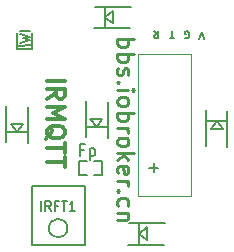
<source format=gbr>
G04 #@! TF.GenerationSoftware,KiCad,Pcbnew,(5.0.2)-1*
G04 #@! TF.CreationDate,2019-08-16T13:34:43+08:00*
G04 #@! TF.ProjectId,IRMQTT,49524d51-5454-42e6-9b69-6361645f7063,rev?*
G04 #@! TF.SameCoordinates,Original*
G04 #@! TF.FileFunction,Legend,Top*
G04 #@! TF.FilePolarity,Positive*
%FSLAX46Y46*%
G04 Gerber Fmt 4.6, Leading zero omitted, Abs format (unit mm)*
G04 Created by KiCad (PCBNEW (5.0.2)-1) date 2019-08-16 13:34:43*
%MOMM*%
%LPD*%
G01*
G04 APERTURE LIST*
%ADD10C,0.150000*%
%ADD11C,0.250000*%
%ADD12C,0.300000*%
%ADD13C,0.200000*%
%ADD14C,0.120000*%
G04 APERTURE END LIST*
D10*
X69718276Y-58589871D02*
X69384942Y-58589871D01*
X69384942Y-59113680D02*
X69384942Y-58113680D01*
X69861133Y-58113680D01*
X70242085Y-58447014D02*
X70242085Y-59447014D01*
X70242085Y-58494633D02*
X70337323Y-58447014D01*
X70527800Y-58447014D01*
X70623038Y-58494633D01*
X70670657Y-58542252D01*
X70718276Y-58637490D01*
X70718276Y-58923204D01*
X70670657Y-59018442D01*
X70623038Y-59066061D01*
X70527800Y-59113680D01*
X70337323Y-59113680D01*
X70242085Y-59066061D01*
X77336628Y-49124511D02*
X76993771Y-49124511D01*
X77165200Y-48524511D02*
X77165200Y-49124511D01*
X75694245Y-48534671D02*
X75894245Y-48820385D01*
X76037102Y-48534671D02*
X76037102Y-49134671D01*
X75808531Y-49134671D01*
X75751388Y-49106100D01*
X75722817Y-49077528D01*
X75694245Y-49020385D01*
X75694245Y-48934671D01*
X75722817Y-48877528D01*
X75751388Y-48848957D01*
X75808531Y-48820385D01*
X76037102Y-48820385D01*
D11*
X72579626Y-49214093D02*
X73979626Y-49214093D01*
X73446293Y-49214093D02*
X73512960Y-49347426D01*
X73512960Y-49614093D01*
X73446293Y-49747426D01*
X73379626Y-49814093D01*
X73246293Y-49880760D01*
X72846293Y-49880760D01*
X72712960Y-49814093D01*
X72646293Y-49747426D01*
X72579626Y-49614093D01*
X72579626Y-49347426D01*
X72646293Y-49214093D01*
X72579626Y-50480760D02*
X73979626Y-50480760D01*
X73446293Y-50480760D02*
X73512960Y-50614093D01*
X73512960Y-50880760D01*
X73446293Y-51014093D01*
X73379626Y-51080760D01*
X73246293Y-51147426D01*
X72846293Y-51147426D01*
X72712960Y-51080760D01*
X72646293Y-51014093D01*
X72579626Y-50880760D01*
X72579626Y-50614093D01*
X72646293Y-50480760D01*
X72646293Y-51680760D02*
X72579626Y-51814093D01*
X72579626Y-52080760D01*
X72646293Y-52214093D01*
X72779626Y-52280760D01*
X72846293Y-52280760D01*
X72979626Y-52214093D01*
X73046293Y-52080760D01*
X73046293Y-51880760D01*
X73112960Y-51747426D01*
X73246293Y-51680760D01*
X73312960Y-51680760D01*
X73446293Y-51747426D01*
X73512960Y-51880760D01*
X73512960Y-52080760D01*
X73446293Y-52214093D01*
X72712960Y-52880760D02*
X72646293Y-52947426D01*
X72579626Y-52880760D01*
X72646293Y-52814093D01*
X72712960Y-52880760D01*
X72579626Y-52880760D01*
X72579626Y-53547426D02*
X73512960Y-53547426D01*
X73979626Y-53547426D02*
X73912960Y-53480760D01*
X73846293Y-53547426D01*
X73912960Y-53614093D01*
X73979626Y-53547426D01*
X73846293Y-53547426D01*
X72579626Y-54414093D02*
X72646293Y-54280760D01*
X72712960Y-54214093D01*
X72846293Y-54147426D01*
X73246293Y-54147426D01*
X73379626Y-54214093D01*
X73446293Y-54280760D01*
X73512960Y-54414093D01*
X73512960Y-54614093D01*
X73446293Y-54747426D01*
X73379626Y-54814093D01*
X73246293Y-54880760D01*
X72846293Y-54880760D01*
X72712960Y-54814093D01*
X72646293Y-54747426D01*
X72579626Y-54614093D01*
X72579626Y-54414093D01*
X72579626Y-55480760D02*
X73979626Y-55480760D01*
X73446293Y-55480760D02*
X73512960Y-55614093D01*
X73512960Y-55880760D01*
X73446293Y-56014093D01*
X73379626Y-56080760D01*
X73246293Y-56147426D01*
X72846293Y-56147426D01*
X72712960Y-56080760D01*
X72646293Y-56014093D01*
X72579626Y-55880760D01*
X72579626Y-55614093D01*
X72646293Y-55480760D01*
X72579626Y-56747426D02*
X73512960Y-56747426D01*
X73246293Y-56747426D02*
X73379626Y-56814093D01*
X73446293Y-56880760D01*
X73512960Y-57014093D01*
X73512960Y-57147426D01*
X72579626Y-57814093D02*
X72646293Y-57680760D01*
X72712960Y-57614093D01*
X72846293Y-57547426D01*
X73246293Y-57547426D01*
X73379626Y-57614093D01*
X73446293Y-57680760D01*
X73512960Y-57814093D01*
X73512960Y-58014093D01*
X73446293Y-58147426D01*
X73379626Y-58214093D01*
X73246293Y-58280760D01*
X72846293Y-58280760D01*
X72712960Y-58214093D01*
X72646293Y-58147426D01*
X72579626Y-58014093D01*
X72579626Y-57814093D01*
X72579626Y-58880760D02*
X73979626Y-58880760D01*
X73112960Y-59014093D02*
X72579626Y-59414093D01*
X73512960Y-59414093D02*
X72979626Y-58880760D01*
X72646293Y-60547426D02*
X72579626Y-60414093D01*
X72579626Y-60147426D01*
X72646293Y-60014093D01*
X72779626Y-59947426D01*
X73312960Y-59947426D01*
X73446293Y-60014093D01*
X73512960Y-60147426D01*
X73512960Y-60414093D01*
X73446293Y-60547426D01*
X73312960Y-60614093D01*
X73179626Y-60614093D01*
X73046293Y-59947426D01*
X72579626Y-61214093D02*
X73512960Y-61214093D01*
X73246293Y-61214093D02*
X73379626Y-61280760D01*
X73446293Y-61347426D01*
X73512960Y-61480760D01*
X73512960Y-61614093D01*
X72712960Y-62080760D02*
X72646293Y-62147426D01*
X72579626Y-62080760D01*
X72646293Y-62014093D01*
X72712960Y-62080760D01*
X72579626Y-62080760D01*
X72646293Y-63347426D02*
X72579626Y-63214093D01*
X72579626Y-62947426D01*
X72646293Y-62814093D01*
X72712960Y-62747426D01*
X72846293Y-62680760D01*
X73246293Y-62680760D01*
X73379626Y-62747426D01*
X73446293Y-62814093D01*
X73512960Y-62947426D01*
X73512960Y-63214093D01*
X73446293Y-63347426D01*
X73512960Y-63947426D02*
X72579626Y-63947426D01*
X73379626Y-63947426D02*
X73446293Y-64014093D01*
X73512960Y-64147426D01*
X73512960Y-64347426D01*
X73446293Y-64480760D01*
X73312960Y-64547426D01*
X72579626Y-64547426D01*
D12*
X66659368Y-52725285D02*
X68159368Y-52725285D01*
X66659368Y-54296714D02*
X67373654Y-53796714D01*
X66659368Y-53439571D02*
X68159368Y-53439571D01*
X68159368Y-54011000D01*
X68087940Y-54153857D01*
X68016511Y-54225285D01*
X67873654Y-54296714D01*
X67659368Y-54296714D01*
X67516511Y-54225285D01*
X67445082Y-54153857D01*
X67373654Y-54011000D01*
X67373654Y-53439571D01*
X66659368Y-54939571D02*
X68159368Y-54939571D01*
X67087940Y-55439571D01*
X68159368Y-55939571D01*
X66659368Y-55939571D01*
X66516511Y-57653857D02*
X66587940Y-57511000D01*
X66730797Y-57368142D01*
X66945082Y-57153857D01*
X67016511Y-57011000D01*
X67016511Y-56868142D01*
X66659368Y-56939571D02*
X66730797Y-56796714D01*
X66873654Y-56653857D01*
X67159368Y-56582428D01*
X67659368Y-56582428D01*
X67945082Y-56653857D01*
X68087940Y-56796714D01*
X68159368Y-56939571D01*
X68159368Y-57225285D01*
X68087940Y-57368142D01*
X67945082Y-57511000D01*
X67659368Y-57582428D01*
X67159368Y-57582428D01*
X66873654Y-57511000D01*
X66730797Y-57368142D01*
X66659368Y-57225285D01*
X66659368Y-56939571D01*
X68159368Y-58011000D02*
X68159368Y-58868142D01*
X66659368Y-58439571D02*
X68159368Y-58439571D01*
X68159368Y-59153857D02*
X68159368Y-60011000D01*
X66659368Y-59582428D02*
X68159368Y-59582428D01*
D10*
X78303457Y-49116260D02*
X78360600Y-49144831D01*
X78446314Y-49144831D01*
X78532028Y-49116260D01*
X78589171Y-49059117D01*
X78617742Y-49001974D01*
X78646314Y-48887688D01*
X78646314Y-48801974D01*
X78617742Y-48687688D01*
X78589171Y-48630545D01*
X78532028Y-48573402D01*
X78446314Y-48544831D01*
X78389171Y-48544831D01*
X78303457Y-48573402D01*
X78274885Y-48601974D01*
X78274885Y-48801974D01*
X78389171Y-48801974D01*
X79928060Y-49193091D02*
X79728060Y-48593091D01*
X79528060Y-49193091D01*
D13*
G04 #@! TO.C,WI*
X64079120Y-50038000D02*
X64079120Y-48683000D01*
X65384680Y-50040540D02*
X64079120Y-50040540D01*
X65384680Y-50040540D02*
X65384680Y-48685540D01*
X65382140Y-49748440D02*
X64079120Y-49756060D01*
G04 #@! TO.C,R3*
X71246640Y-59529020D02*
X71246640Y-60679020D01*
X69296640Y-59529020D02*
X69296640Y-60679020D01*
X71246640Y-60679020D02*
X70571640Y-60679020D01*
X69971640Y-60679020D02*
X69296640Y-60679020D01*
X71246640Y-59529020D02*
X70571640Y-59529020D01*
X69971640Y-59529020D02*
X69296640Y-59529020D01*
D10*
G04 #@! TO.C,IRFT1*
X65384680Y-61655960D02*
X65384680Y-66655960D01*
X69844920Y-61655960D02*
X69844920Y-66655960D01*
X69844920Y-61655960D02*
X65384680Y-61655960D01*
X69844920Y-66655960D02*
X65384680Y-66655960D01*
X68353548Y-65219580D02*
G75*
G03X68353548Y-65219580I-789548J0D01*
G01*
G04 #@! TO.C,D6*
X80518000Y-56850280D02*
X80992980Y-56161940D01*
X81549240Y-56850280D02*
X80518000Y-56850280D01*
X81015840Y-56144160D02*
X81549240Y-56850280D01*
X80109060Y-56134000D02*
X81874360Y-56134000D01*
X80093820Y-55227220D02*
X80093820Y-58300620D01*
X81892140Y-55295800D02*
X81892140Y-58369200D01*
G04 #@! TO.C,D4*
X73550780Y-64810640D02*
X76624180Y-64810640D01*
X73482200Y-66608960D02*
X76555600Y-66608960D01*
X74388980Y-66593720D02*
X74388980Y-64828420D01*
X74399140Y-65686940D02*
X75105260Y-65153540D01*
X75105260Y-65153540D02*
X75105260Y-66184780D01*
X75105260Y-66184780D02*
X74416920Y-65709800D01*
G04 #@! TO.C,D3*
X72237600Y-47871380D02*
X71549260Y-47396400D01*
X72237600Y-46840140D02*
X72237600Y-47871380D01*
X71531480Y-47373540D02*
X72237600Y-46840140D01*
X71521320Y-48280320D02*
X71521320Y-46515020D01*
X70614540Y-48295560D02*
X73687940Y-48295560D01*
X70683120Y-46497240D02*
X73756520Y-46497240D01*
G04 #@! TO.C,D5*
X64561720Y-56400700D02*
X64086740Y-57089040D01*
X63530480Y-56400700D02*
X64561720Y-56400700D01*
X64063880Y-57106820D02*
X63530480Y-56400700D01*
X64970660Y-57116980D02*
X63205360Y-57116980D01*
X64985900Y-58023760D02*
X64985900Y-54950360D01*
X63187580Y-57955180D02*
X63187580Y-54881780D01*
D14*
G04 #@! TO.C,J2*
X78830900Y-50489360D02*
X74327480Y-50489360D01*
X74330900Y-62490860D02*
X74328360Y-50489360D01*
X78830900Y-62489360D02*
X78830900Y-50489360D01*
X78830900Y-62490860D02*
X74330900Y-62490860D01*
D10*
G04 #@! TO.C,D2*
X71318120Y-55963820D02*
X70843140Y-56652160D01*
X70286880Y-55963820D02*
X71318120Y-55963820D01*
X70820280Y-56669940D02*
X70286880Y-55963820D01*
X71727060Y-56680100D02*
X69961760Y-56680100D01*
X71742300Y-57586880D02*
X71742300Y-54513480D01*
X69943980Y-57518300D02*
X69943980Y-54444900D01*
G04 #@! TO.C,WI*
X64364924Y-49501993D02*
X65164924Y-49311517D01*
X64593496Y-49159136D01*
X65164924Y-49006755D01*
X64364924Y-48816279D01*
X65164924Y-48511517D02*
X64364924Y-48511517D01*
G04 #@! TO.C,IRFT1*
X66098128Y-63762844D02*
X66098128Y-62962844D01*
X66936223Y-63762844D02*
X66669557Y-63381892D01*
X66479080Y-63762844D02*
X66479080Y-62962844D01*
X66783842Y-62962844D01*
X66860033Y-63000940D01*
X66898128Y-63039035D01*
X66936223Y-63115225D01*
X66936223Y-63229511D01*
X66898128Y-63305701D01*
X66860033Y-63343797D01*
X66783842Y-63381892D01*
X66479080Y-63381892D01*
X67545747Y-63343797D02*
X67279080Y-63343797D01*
X67279080Y-63762844D02*
X67279080Y-62962844D01*
X67660033Y-62962844D01*
X67850509Y-62962844D02*
X68307652Y-62962844D01*
X68079080Y-63762844D02*
X68079080Y-62962844D01*
X68993366Y-63762844D02*
X68536223Y-63762844D01*
X68764795Y-63762844D02*
X68764795Y-62962844D01*
X68688604Y-63077130D01*
X68612414Y-63153320D01*
X68536223Y-63191416D01*
G04 #@! TO.C,J2*
X75295267Y-60113728D02*
X76057172Y-60113728D01*
X75676220Y-60494680D02*
X75676220Y-59732776D01*
G04 #@! TD*
M02*

</source>
